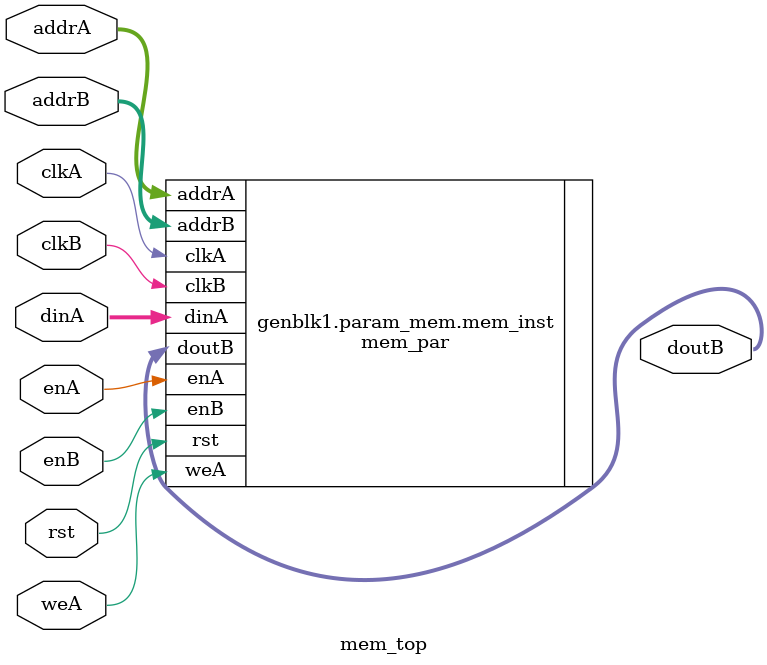
<source format=sv>
`timescale 1ps / 1ps

/*
mem_top - top mem module, instantiates different memories depending on MEM_SIZE
*/

module mem_top
#(
    parameter WIDTH = 32,
    parameter DEPTH = 512,
    parameter PACKS = 1,
    parameter DISTD = 4096,
    parameter URAMD = 32768
)
(
    input  wire                     rst,
    input  wire                     clkA,
    input  wire                     clkB,
    input  wire                     weA,
    input  wire                     enA,
    input  wire                     enB,
    input  wire [$clog2(DEPTH)-1:0] addrA,
    input  wire [$clog2(DEPTH)-1:0] addrB,
    input  wire [WIDTH*PACKS-1:0]   dinA,
    output wire [WIDTH-1:0]         doutB
);

localparam int MEM_SIZE = WIDTH * DEPTH;

generate
    if (PACKS > 1) begin: packed_mem
        mem_B #(
            .WIDTH ( WIDTH ),
            .DEPTH ( DEPTH ),
            .PACKS ( PACKS )
        )
        mem_inst (
            .rst   ( rst   ),
            .clkA  ( clkA  ),
            .clkB  ( clkB  ),
            .weA   ( weA   ),
            .enA   ( enA   ),
            .enB   ( enB   ),
            .addrA ( addrA ),
            .addrB ( addrB ),
            .dinA  ( dinA  ),
            .doutB ( doutB )
        );
    end else if (MEM_SIZE <= DISTD) begin: distr_mem
        mem_dist #(
            .WIDTH ( WIDTH ),
            .DEPTH ( DEPTH )
        )
        mem_inst (
            .rst   ( rst   ),
            .clkA  ( clkA  ),
            .clkB  ( clkB  ),
            .weA   ( weA   ),
            .enA   ( enA   ),
            .enB   ( enB   ),
            .addrA ( addrA ),
            .addrB ( addrB ),
            .dinA  ( dinA  ),
            .doutB ( doutB )
        );
`ifdef URAMS
    end else if (MEM_SIZE >= URAMD && WIDTH == 32) begin: uram_mem
    // end else if (MEM_SIZE >= URAMD) begin: uram_mem
        uram #(
            .WIDTH ( WIDTH ),
            .DEPTH ( DEPTH )
        )
        mem_inst (
            .rst   ( rst   ),
            .clkA  ( clkA  ),
            .clkB  ( clkB  ),
            .weA   ( weA   ),
            .enA   ( enA   ),
            .enB   ( enB   ),
            .addrA ( addrA ),
            .addrB ( addrB ),
            .dinA  ( dinA  ),
            .doutB ( doutB )
        );
`endif
    end else begin: param_mem
        mem_par #(
            .WIDTH ( WIDTH ),
            .DEPTH ( DEPTH )
        )
        mem_inst (
            .rst   ( rst   ),
            .clkA  ( clkA  ),
            .clkB  ( clkB  ),
            .weA   ( weA   ),
            .enA   ( enA   ),
            .enB   ( enB   ),
            .addrA ( addrA ),
            .addrB ( addrB ),
            .dinA  ( dinA  ),
            .doutB ( doutB )
        );
    end
endgenerate

endmodule

</source>
